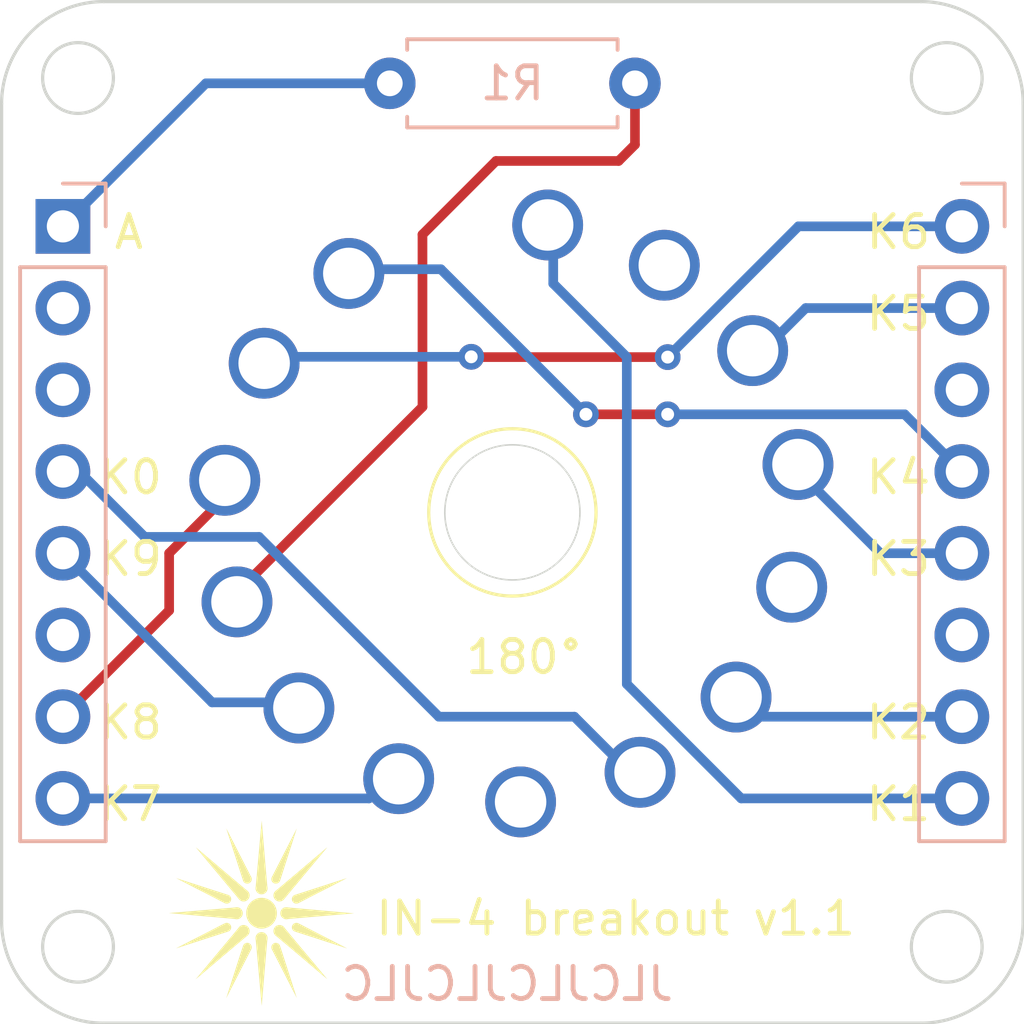
<source format=kicad_pcb>
(kicad_pcb (version 20221018) (generator pcbnew)
  (layers (0 "F.Cu" signal) (31 "B.Cu" signal) (34 "B.Paste" user) (35 "F.Paste" user) (36 "B.SilkS" user "B.Silkscreen") (37 "F.SilkS" user "F.Silkscreen") (38 "B.Mask" user) (39 "F.Mask" user) (44 "Edge.Cuts" user))
  (net 0 "")
  (net 5 "Anode")
  (net 6 "K1")
  (net 7 "K2")
  (net 8 "K3")
  (net 9 "K4")
  (net 10 "K5")
  (net 11 "K6")
  (net 12 "K7")
  (net 13 "K8")
  (net 15 "K9")
  (net 16 "K10")
  (net 19 "Net-(T1-Anode)")
  (footprint "Nixie:PL31 (IN4 rotation)" (layer "F.Cu") (at 50.8 50.8 180)
    (fp_text reference "T1" hide)
    (fp_text value "IN-4")
    (fp_circle (center 0 0) (end 2.09928 -0.054972) (stroke (width 0.05)) (fill none) (layer "Edge.Cuts"))
    (pad "1" thru_hole circle (at 5.084137 7.426457 353) (size 2.2 2.2) (drill 1.6) (layers "*.Cu" "*.Mask") (net 9 "K4"))
    (pad "2" thru_hole circle (at 7.714883 4.634655 353) (size 2.2 2.2) (drill 1.6) (layers "*.Cu" "*.Mask") (net 11 "K6"))
    (pad "3" thru_hole circle (at 8.939146 0.996839 353) (size 2.2 2.2) (drill 1.6) (layers "*.Cu" "*.Mask") (net 13 "K8"))
    (pad "4" thru_hole circle (at 8.559593 -2.780778 353) (size 2.2 2.2) (drill 1.6) (layers "*.Cu" "*.Mask") (net 19 "Net-(T1-Anode)"))
    (pad "5" thru_hole circle (at 6.635293 -6.080586 353) (size 2.2 2.2) (drill 1.6) (layers "*.Cu" "*.Mask") (net 15 "K9"))
    (pad "6" thru_hole circle (at 3.533968 -8.277114 353) (size 2.2 2.2) (drill 1.6) (layers "*.Cu" "*.Mask") (net 12 "K7"))
    (pad "7" thru_hole circle (at -0.255301 -8.998186 353) (size 2.2 2.2) (drill 1.6) (layers "*.Cu" "*.Mask"))
    (pad "8" thru_hole circle (at -3.967586 -8.07824 353) (size 2.2 2.2) (drill 1.6) (layers "*.Cu" "*.Mask") (net 16 "K10"))
    (pad "9" thru_hole circle (at -6.952284 -5.740055 353) (size 2.2 2.2) (drill 1.6) (layers "*.Cu" "*.Mask") (net 7 "K2"))
    (pad "10" thru_hole circle (at -8.681324 -2.32532 353) (size 2.2 2.2) (drill 1.6) (layers "*.Cu" "*.Mask"))
    (pad "11" thru_hole circle (at -8.876186 1.487856 353) (size 2.2 2.2) (drill 1.6) (layers "*.Cu" "*.Mask") (net 8 "K3"))
    (pad "12" thru_hole circle (at -7.468344 5.02731 353) (size 2.2 2.2) (drill 1.6) (layers "*.Cu" "*.Mask") (net 10 "K5"))
    (pad "13" thru_hole circle (at -4.721378 7.681868 353) (size 2.2 2.2) (drill 1.6) (layers "*.Cu" "*.Mask"))
    (pad "14" thru_hole circle (at -1.096824 8.932916 353) (size 2.2 2.2) (drill 1.6) (layers "*.Cu" "*.Mask") (net 6 "K1"))
  )
  (footprint "Nixie:Starburst" (layer "F.Cu") (at 43 63.25)
    (fp_text reference "G***" hide)
    (fp_text value "Starburst" hide)
  )
  (footprint "Connector_PinHeader_2.54mm:PinHeader_1x08_P2.54mm_Vertical" (layer "B.Cu") (at 64.77 41.91 180)
    (fp_text reference "J2" hide)
    (fp_text value "Conn_01x08_Pin" hide)
    (pad "1" thru_hole circle (at 0 0 180) (size 1.7 1.7) (drill 1) (layers "*.Cu" "*.Mask") (net 11 "K6"))
    (pad "2" thru_hole oval (at 0 -2.54 180) (size 1.7 1.7) (drill 1) (layers "*.Cu" "*.Mask") (net 10 "K5"))
    (pad "3" thru_hole oval (at 0 -5.08 180) (size 1.7 1.7) (drill 1) (layers "*.Cu" "*.Mask"))
    (pad "4" thru_hole oval (at 0 -7.62 180) (size 1.7 1.7) (drill 1) (layers "*.Cu" "*.Mask") (net 9 "K4"))
    (pad "5" thru_hole oval (at 0 -10.16 180) (size 1.7 1.7) (drill 1) (layers "*.Cu" "*.Mask") (net 8 "K3"))
    (pad "6" thru_hole oval (at 0 -12.7 180) (size 1.7 1.7) (drill 1) (layers "*.Cu" "*.Mask"))
    (pad "7" thru_hole oval (at 0 -15.24 180) (size 1.7 1.7) (drill 1) (layers "*.Cu" "*.Mask") (net 7 "K2"))
    (pad "8" thru_hole oval (at 0 -17.78 180) (size 1.7 1.7) (drill 1) (layers "*.Cu" "*.Mask") (net 6 "K1"))
  )
  (footprint "Connector_PinHeader_2.54mm:PinHeader_1x08_P2.54mm_Vertical" (layer "B.Cu") (at 36.83 41.91 180)
    (fp_text reference "J1" hide)
    (fp_text value "Conn_01x08_Pin" hide)
    (pad "1" thru_hole rect (at 0 0 180) (size 1.7 1.7) (drill 1) (layers "*.Cu" "*.Mask") (net 5 "Anode"))
    (pad "2" thru_hole oval (at 0 -2.54 180) (size 1.7 1.7) (drill 1) (layers "*.Cu" "*.Mask"))
    (pad "3" thru_hole oval (at 0 -5.08 180) (size 1.7 1.7) (drill 1) (layers "*.Cu" "*.Mask"))
    (pad "4" thru_hole oval (at 0 -7.62 180) (size 1.7 1.7) (drill 1) (layers "*.Cu" "*.Mask") (net 16 "K10"))
    (pad "5" thru_hole oval (at 0 -10.16 180) (size 1.7 1.7) (drill 1) (layers "*.Cu" "*.Mask") (net 15 "K9"))
    (pad "6" thru_hole oval (at 0 -12.7 180) (size 1.7 1.7) (drill 1) (layers "*.Cu" "*.Mask"))
    (pad "7" thru_hole oval (at 0 -15.24 180) (size 1.7 1.7) (drill 1) (layers "*.Cu" "*.Mask") (net 13 "K8"))
    (pad "8" thru_hole oval (at 0 -17.78 180) (size 1.7 1.7) (drill 1) (layers "*.Cu" "*.Mask") (net 12 "K7"))
  )
  (footprint "Resistor_THT:R_Axial_DIN0207_L6.3mm_D2.5mm_P7.62mm_Horizontal" (layer "B.Cu") (at 46.99 37.465)
    (fp_text reference "R1" (at 3.81 0) (layer "B.SilkS") (effects (justify mirror)))
    (fp_text value "R" hide)
    (pad "1" thru_hole circle (at 0 0) (size 1.6 1.6) (drill 0.8) (layers "*.Cu" "*.Mask") (net 5 "Anode"))
    (pad "2" thru_hole oval (at 7.62 0) (size 1.6 1.6) (drill 0.8) (layers "*.Cu" "*.Mask") (net 19 "Net-(T1-Anode)"))
  )
  (gr_arc (start 66.675 63.5) (mid 65.745064 65.745064) (end 63.5 66.675) (stroke (width 0.1)) (layer "Edge.Cuts"))
  (gr_line (start 34.925 38.1) (end 34.925 63.5) (stroke (width 0.1)) (layer "Edge.Cuts"))
  (gr_circle (center 64.3 37.3) (end 65.4 37.3) (stroke (width 0.1)) (fill none) (layer "Edge.Cuts"))
  (gr_arc (start 34.925 38.1) (mid 35.854936 35.854936) (end 38.1 34.925) (stroke (width 0.1)) (layer "Edge.Cuts"))
  (gr_circle (center 37.3 64.3) (end 38.4 64.3) (stroke (width 0.1)) (fill none) (layer "Edge.Cuts"))
  (gr_line (start 66.675 38.1) (end 66.675 63.5) (stroke (width 0.1)) (layer "Edge.Cuts"))
  (gr_circle (center 64.3 64.3) (end 65.4 64.3) (stroke (width 0.1)) (fill none) (layer "Edge.Cuts"))
  (gr_line (start 38.1 66.675) (end 63.5 66.675) (stroke (width 0.1)) (layer "Edge.Cuts"))
  (gr_circle (center 37.3 37.3) (end 38.4 37.3) (stroke (width 0.1)) (fill none) (layer "Edge.Cuts"))
  (gr_line (start 63.5 34.925) (end 38.1 34.925) (stroke (width 0.1)) (layer "Edge.Cuts"))
  (gr_arc (start 38.1 66.675) (mid 35.854936 65.745064) (end 34.925 63.5) (stroke (width 0.1)) (layer "Edge.Cuts"))
  (gr_arc (start 63.5 34.925) (mid 65.745064 35.854936) (end 66.675 38.1) (stroke (width 0.1)) (layer "Edge.Cuts"))
  (gr_text "JLCJLCJLCJLC" (at 55.88 66.04) (layer "B.SilkS") (effects (font (size 1 1)) (justify left bottom mirror)))
  (gr_text "K3" (at 61.722 52.832) (layer "F.SilkS") (effects (font (size 1 1)) (justify left bottom)))
  (gr_text "K6\n" (at 61.722 42.672) (layer "F.SilkS") (effects (font (size 1 1)) (justify left bottom)))
  (gr_text "K1" (at 61.722 60.452) (layer "F.SilkS") (effects (font (size 1 1)) (justify left bottom)))
  (gr_text "K2" (at 61.722 57.912) (layer "F.SilkS") (effects (font (size 1 1)) (justify left bottom)))
  (gr_text "K0\n" (at 37.846 50.292) (layer "F.SilkS") (effects (font (size 1 1)) (justify left bottom)))
  (gr_text "IN-4 breakout v1.1" (at 46.482 64.008) (layer "F.SilkS") (effects (font (size 1 1)) (justify left bottom)))
  (gr_text "A" (at 38.354 42.672) (layer "F.SilkS") (effects (font (size 1 1)) (justify left bottom)))
  (gr_text "K8" (at 37.846 57.912) (layer "F.SilkS") (effects (font (size 1 1)) (justify left bottom)))
  (gr_text "K5\n" (at 61.722 45.212) (layer "F.SilkS") (effects (font (size 1 1)) (justify left bottom)))
  (gr_text "K7" (at 37.846 60.452) (layer "F.SilkS") (effects (font (size 1 1)) (justify left bottom)))
  (gr_text "K9\n" (at 37.846 52.832) (layer "F.SilkS") (effects (font (size 1 1)) (justify left bottom)))
  (gr_text "180°" (at 49.276 55.88) (layer "F.SilkS") (effects (font (size 1 1)) (justify left bottom)))
  (gr_text "K4" (at 61.722 50.292) (layer "F.SilkS") (effects (font (size 1 1)) (justify left bottom)))
  (segment (start 46.99 37.465) (end 41.275 37.465) (width 0.3) (layer "B.Cu") (net 5))
  (segment (start 41.275 37.465) (end 36.83 41.91) (width 0.3) (layer "B.Cu") (net 5))
  (segment (start 57.912 59.69) (end 54.356 56.134) (width 0.3) (layer "B.Cu") (net 6))
  (segment (start 64.77 59.69) (end 57.912 59.69) (width 0.3) (layer "B.Cu") (net 6))
  (segment (start 54.356 45.974) (end 52.07 43.688) (width 0.3) (layer "B.Cu") (net 6))
  (segment (start 52.07 43.688) (end 52.07 41.959142) (width 0.3) (layer "B.Cu") (net 6))
  (segment (start 54.356 56.134) (end 54.356 45.974) (width 0.3) (layer "B.Cu") (net 6))
  (segment (start 58.029566 57.15) (end 57.599644 56.720078) (width 0.3) (layer "B.Cu") (net 7))
  (segment (start 64.77 57.15) (end 58.029566 57.15) (width 0.3) (layer "B.Cu") (net 7))
  (segment (start 62.237087 52.07) (end 59.712092 49.545005) (width 0.3) (layer "B.Cu") (net 8))
  (segment (start 64.77 52.07) (end 62.237087 52.07) (width 0.3) (layer "B.Cu") (net 8))
  (segment (start 53.086 47.752) (end 55.626 47.752) (width 0.3) (layer "F.Cu") (net 9))
  (via (at 55.626 47.752) (size 0.8) (drill 0.4) (layers "F.Cu" "B.Cu") (net 9))
  (via (at 53.086 47.752) (size 0.8) (drill 0.4) (layers "F.Cu" "B.Cu") (net 9))
  (segment (start 48.577001 43.243001) (end 45.912007 43.243001) (width 0.3) (layer "B.Cu") (net 9))
  (segment (start 55.626 47.752) (end 62.992 47.752) (width 0.3) (layer "B.Cu") (net 9))
  (segment (start 62.992 47.752) (end 64.77 49.53) (width 0.3) (layer "B.Cu") (net 9))
  (segment (start 53.086 47.752) (end 48.577001 43.243001) (width 0.3) (layer "B.Cu") (net 9))
  (segment (start 59.917296 44.45) (end 58.397385 45.969911) (width 0.3) (layer "B.Cu") (net 10))
  (segment (start 64.77 44.45) (end 59.917296 44.45) (width 0.3) (layer "B.Cu") (net 10))
  (segment (start 49.53 45.974) (end 49.52098 45.96498) (width 0.3) (layer "F.Cu") (net 11))
  (segment (start 55.626 45.974) (end 49.53 45.974) (width 0.3) (layer "F.Cu") (net 11))
  (via (at 55.626 45.974) (size 0.8) (drill 0.4) (layers "F.Cu" "B.Cu") (net 11))
  (via (at 49.52098 45.96498) (size 0.8) (drill 0.4) (layers "F.Cu" "B.Cu") (net 11))
  (segment (start 59.69 41.91) (end 64.77 41.91) (width 0.3) (layer "B.Cu") (net 11))
  (segment (start 55.626 45.974) (end 59.69 41.91) (width 0.3) (layer "B.Cu") (net 11))
  (segment (start 49.52098 45.96498) (end 43.209082 45.96498) (width 0.3) (layer "B.Cu") (net 11))
  (segment (start 36.83 59.69) (end 46.342344 59.69) (width 0.3) (layer "B.Cu") (net 12))
  (segment (start 46.342344 59.69) (end 47.050574 58.98177) (width 0.3) (layer "B.Cu") (net 12))
  (segment (start 40.132 53.848) (end 40.132 52.07) (width 0.3) (layer "F.Cu") (net 13))
  (segment (start 36.83 57.15) (end 40.132 53.848) (width 0.3) (layer "F.Cu") (net 13))
  (segment (start 40.132 52.07) (end 41.890011 50.311989) (width 0.3) (layer "F.Cu") (net 13))
  (segment (start 41.890011 50.311989) (end 41.890011 49.569503) (width 0.3) (layer "F.Cu") (net 13))
  (segment (start 41.464811 56.704811) (end 36.83 52.07) (width 0.3) (layer "B.Cu") (net 15))
  (segment (start 44.00781 56.704811) (end 41.464811 56.704811) (width 0.3) (layer "B.Cu") (net 15))
  (segment (start 37.338 49.53) (end 36.83 49.53) (width 0.3) (layer "B.Cu") (net 16))
  (segment (start 48.514 57.15) (end 42.926 51.562) (width 0.3) (layer "B.Cu") (net 16))
  (segment (start 52.725431 57.15) (end 48.514 57.15) (width 0.3) (layer "B.Cu") (net 16))
  (segment (start 54.554763 58.979332) (end 52.725431 57.15) (width 0.3) (layer "B.Cu") (net 16))
  (segment (start 39.37 51.562) (end 37.338 49.53) (width 0.3) (layer "B.Cu") (net 16))
  (segment (start 42.926 51.562) (end 39.37 51.562) (width 0.3) (layer "B.Cu") (net 16))
  (segment (start 54.61 39.37) (end 54.102 39.878) (width 0.3) (layer "F.Cu") (net 19))
  (segment (start 54.61 37.465) (end 54.61 39.37) (width 0.3) (layer "F.Cu") (net 19))
  (segment (start 50.292 39.878) (end 48.006 42.164) (width 0.3) (layer "F.Cu") (net 19))
  (segment (start 48.006 47.520308) (end 42.170547 53.355761) (width 0.3) (layer "F.Cu") (net 19))
  (segment (start 54.102 39.878) (end 50.292 39.878) (width 0.3) (layer "F.Cu") (net 19))
  (segment (start 48.006 42.164) (end 48.006 47.520308) (width 0.3) (layer "F.Cu") (net 19))
)
</source>
